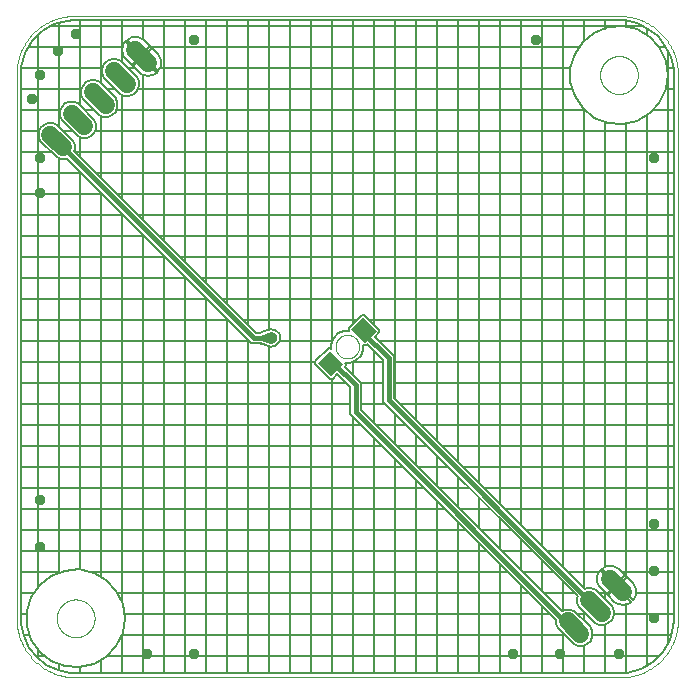
<source format=gbl>
G75*
%MOIN*%
%OFA0B0*%
%FSLAX25Y25*%
%IPPOS*%
%LPD*%
%AMOC8*
5,1,8,0,0,1.08239X$1,22.5*
%
%ADD10C,0.00039*%
%ADD11C,0.00000*%
%ADD12R,0.06299X0.05512*%
%ADD13C,0.06000*%
%ADD14C,0.01600*%
%ADD15C,0.00700*%
%ADD16OC8,0.03562*%
D10*
X0059997Y0061910D02*
X0059997Y0243406D01*
X0060003Y0243872D01*
X0060020Y0244338D01*
X0060048Y0244803D01*
X0060087Y0245268D01*
X0060138Y0245731D01*
X0060199Y0246193D01*
X0060272Y0246654D01*
X0060356Y0247112D01*
X0060451Y0247569D01*
X0060558Y0248023D01*
X0060675Y0248474D01*
X0060802Y0248922D01*
X0060941Y0249367D01*
X0061091Y0249809D01*
X0061251Y0250247D01*
X0061421Y0250681D01*
X0061602Y0251110D01*
X0061793Y0251535D01*
X0061995Y0251956D01*
X0062207Y0252371D01*
X0062428Y0252781D01*
X0062660Y0253186D01*
X0062901Y0253585D01*
X0063152Y0253978D01*
X0063412Y0254365D01*
X0063681Y0254745D01*
X0063960Y0255119D01*
X0064247Y0255486D01*
X0064544Y0255846D01*
X0064848Y0256198D01*
X0065162Y0256543D01*
X0065483Y0256881D01*
X0065813Y0257211D01*
X0066151Y0257532D01*
X0066496Y0257846D01*
X0066848Y0258150D01*
X0067208Y0258447D01*
X0067575Y0258734D01*
X0067949Y0259013D01*
X0068329Y0259282D01*
X0068716Y0259542D01*
X0069109Y0259793D01*
X0069508Y0260034D01*
X0069913Y0260266D01*
X0070323Y0260487D01*
X0070738Y0260699D01*
X0071159Y0260901D01*
X0071584Y0261092D01*
X0072013Y0261273D01*
X0072447Y0261443D01*
X0072885Y0261603D01*
X0073327Y0261753D01*
X0073772Y0261892D01*
X0074220Y0262019D01*
X0074671Y0262136D01*
X0075125Y0262243D01*
X0075582Y0262338D01*
X0076040Y0262422D01*
X0076501Y0262495D01*
X0076963Y0262556D01*
X0077426Y0262607D01*
X0077891Y0262646D01*
X0078356Y0262674D01*
X0078822Y0262691D01*
X0079288Y0262697D01*
X0260784Y0262697D01*
X0261260Y0262691D01*
X0261735Y0262674D01*
X0262210Y0262645D01*
X0262684Y0262605D01*
X0263157Y0262553D01*
X0263628Y0262490D01*
X0264098Y0262416D01*
X0264566Y0262330D01*
X0265032Y0262233D01*
X0265495Y0262125D01*
X0265955Y0262006D01*
X0266413Y0261875D01*
X0266867Y0261734D01*
X0267318Y0261581D01*
X0267764Y0261418D01*
X0268207Y0261244D01*
X0268645Y0261059D01*
X0269079Y0260864D01*
X0269508Y0260658D01*
X0269932Y0260442D01*
X0270351Y0260216D01*
X0270764Y0259980D01*
X0271171Y0259734D01*
X0271572Y0259478D01*
X0271966Y0259212D01*
X0272355Y0258937D01*
X0272736Y0258653D01*
X0273110Y0258360D01*
X0273478Y0258058D01*
X0273838Y0257746D01*
X0274190Y0257427D01*
X0274534Y0257099D01*
X0274871Y0256762D01*
X0275199Y0256418D01*
X0275518Y0256066D01*
X0275830Y0255706D01*
X0276132Y0255338D01*
X0276425Y0254964D01*
X0276709Y0254583D01*
X0276984Y0254194D01*
X0277250Y0253800D01*
X0277506Y0253399D01*
X0277752Y0252992D01*
X0277988Y0252579D01*
X0278214Y0252160D01*
X0278430Y0251736D01*
X0278636Y0251307D01*
X0278831Y0250873D01*
X0279016Y0250435D01*
X0279190Y0249992D01*
X0279353Y0249546D01*
X0279506Y0249095D01*
X0279647Y0248641D01*
X0279778Y0248183D01*
X0279897Y0247723D01*
X0280005Y0247260D01*
X0280102Y0246794D01*
X0280188Y0246326D01*
X0280262Y0245856D01*
X0280325Y0245385D01*
X0280377Y0244912D01*
X0280417Y0244438D01*
X0280446Y0243963D01*
X0280463Y0243488D01*
X0280469Y0243012D01*
X0280469Y0061516D01*
X0280463Y0061050D01*
X0280446Y0060584D01*
X0280418Y0060119D01*
X0280379Y0059654D01*
X0280328Y0059191D01*
X0280267Y0058729D01*
X0280194Y0058268D01*
X0280110Y0057810D01*
X0280015Y0057353D01*
X0279908Y0056899D01*
X0279791Y0056448D01*
X0279664Y0056000D01*
X0279525Y0055555D01*
X0279375Y0055113D01*
X0279215Y0054675D01*
X0279045Y0054241D01*
X0278864Y0053812D01*
X0278673Y0053387D01*
X0278471Y0052966D01*
X0278259Y0052551D01*
X0278038Y0052141D01*
X0277806Y0051736D01*
X0277565Y0051337D01*
X0277314Y0050944D01*
X0277054Y0050557D01*
X0276785Y0050177D01*
X0276506Y0049803D01*
X0276219Y0049436D01*
X0275922Y0049076D01*
X0275618Y0048724D01*
X0275304Y0048379D01*
X0274983Y0048041D01*
X0274653Y0047711D01*
X0274315Y0047390D01*
X0273970Y0047076D01*
X0273618Y0046772D01*
X0273258Y0046475D01*
X0272891Y0046188D01*
X0272517Y0045909D01*
X0272137Y0045640D01*
X0271750Y0045380D01*
X0271357Y0045129D01*
X0270958Y0044888D01*
X0270553Y0044656D01*
X0270143Y0044435D01*
X0269728Y0044223D01*
X0269307Y0044021D01*
X0268882Y0043830D01*
X0268453Y0043649D01*
X0268019Y0043479D01*
X0267581Y0043319D01*
X0267139Y0043169D01*
X0266694Y0043030D01*
X0266246Y0042903D01*
X0265795Y0042786D01*
X0265341Y0042679D01*
X0264884Y0042584D01*
X0264426Y0042500D01*
X0263965Y0042427D01*
X0263503Y0042366D01*
X0263040Y0042315D01*
X0262575Y0042276D01*
X0262110Y0042248D01*
X0261644Y0042231D01*
X0261178Y0042225D01*
X0079682Y0042225D01*
X0079206Y0042231D01*
X0078731Y0042248D01*
X0078256Y0042277D01*
X0077782Y0042317D01*
X0077309Y0042369D01*
X0076838Y0042432D01*
X0076368Y0042506D01*
X0075900Y0042592D01*
X0075434Y0042689D01*
X0074971Y0042797D01*
X0074511Y0042916D01*
X0074053Y0043047D01*
X0073599Y0043188D01*
X0073148Y0043341D01*
X0072702Y0043504D01*
X0072259Y0043678D01*
X0071821Y0043863D01*
X0071387Y0044058D01*
X0070958Y0044264D01*
X0070534Y0044480D01*
X0070115Y0044706D01*
X0069702Y0044942D01*
X0069295Y0045188D01*
X0068894Y0045444D01*
X0068500Y0045710D01*
X0068111Y0045985D01*
X0067730Y0046269D01*
X0067356Y0046562D01*
X0066988Y0046864D01*
X0066628Y0047176D01*
X0066276Y0047495D01*
X0065932Y0047823D01*
X0065595Y0048160D01*
X0065267Y0048504D01*
X0064948Y0048856D01*
X0064636Y0049216D01*
X0064334Y0049584D01*
X0064041Y0049958D01*
X0063757Y0050339D01*
X0063482Y0050728D01*
X0063216Y0051122D01*
X0062960Y0051523D01*
X0062714Y0051930D01*
X0062478Y0052343D01*
X0062252Y0052762D01*
X0062036Y0053186D01*
X0061830Y0053615D01*
X0061635Y0054049D01*
X0061450Y0054487D01*
X0061276Y0054930D01*
X0061113Y0055376D01*
X0060960Y0055827D01*
X0060819Y0056281D01*
X0060688Y0056739D01*
X0060569Y0057199D01*
X0060461Y0057662D01*
X0060364Y0058128D01*
X0060278Y0058596D01*
X0060204Y0059066D01*
X0060141Y0059537D01*
X0060089Y0060010D01*
X0060049Y0060484D01*
X0060020Y0060959D01*
X0060003Y0061434D01*
X0059997Y0061910D01*
D11*
X0073383Y0061910D02*
X0073385Y0062068D01*
X0073391Y0062226D01*
X0073401Y0062384D01*
X0073415Y0062542D01*
X0073433Y0062699D01*
X0073454Y0062856D01*
X0073480Y0063012D01*
X0073510Y0063168D01*
X0073543Y0063323D01*
X0073581Y0063476D01*
X0073622Y0063629D01*
X0073667Y0063781D01*
X0073716Y0063932D01*
X0073769Y0064081D01*
X0073825Y0064229D01*
X0073885Y0064375D01*
X0073949Y0064520D01*
X0074017Y0064663D01*
X0074088Y0064805D01*
X0074162Y0064945D01*
X0074240Y0065082D01*
X0074322Y0065218D01*
X0074406Y0065352D01*
X0074495Y0065483D01*
X0074586Y0065612D01*
X0074681Y0065739D01*
X0074778Y0065864D01*
X0074879Y0065986D01*
X0074983Y0066105D01*
X0075090Y0066222D01*
X0075200Y0066336D01*
X0075313Y0066447D01*
X0075428Y0066556D01*
X0075546Y0066661D01*
X0075667Y0066763D01*
X0075790Y0066863D01*
X0075916Y0066959D01*
X0076044Y0067052D01*
X0076174Y0067142D01*
X0076307Y0067228D01*
X0076442Y0067312D01*
X0076578Y0067391D01*
X0076717Y0067468D01*
X0076858Y0067540D01*
X0077000Y0067610D01*
X0077144Y0067675D01*
X0077290Y0067737D01*
X0077437Y0067795D01*
X0077586Y0067850D01*
X0077736Y0067901D01*
X0077887Y0067948D01*
X0078039Y0067991D01*
X0078192Y0068030D01*
X0078347Y0068066D01*
X0078502Y0068097D01*
X0078658Y0068125D01*
X0078814Y0068149D01*
X0078971Y0068169D01*
X0079129Y0068185D01*
X0079286Y0068197D01*
X0079445Y0068205D01*
X0079603Y0068209D01*
X0079761Y0068209D01*
X0079919Y0068205D01*
X0080078Y0068197D01*
X0080235Y0068185D01*
X0080393Y0068169D01*
X0080550Y0068149D01*
X0080706Y0068125D01*
X0080862Y0068097D01*
X0081017Y0068066D01*
X0081172Y0068030D01*
X0081325Y0067991D01*
X0081477Y0067948D01*
X0081628Y0067901D01*
X0081778Y0067850D01*
X0081927Y0067795D01*
X0082074Y0067737D01*
X0082220Y0067675D01*
X0082364Y0067610D01*
X0082506Y0067540D01*
X0082647Y0067468D01*
X0082786Y0067391D01*
X0082922Y0067312D01*
X0083057Y0067228D01*
X0083190Y0067142D01*
X0083320Y0067052D01*
X0083448Y0066959D01*
X0083574Y0066863D01*
X0083697Y0066763D01*
X0083818Y0066661D01*
X0083936Y0066556D01*
X0084051Y0066447D01*
X0084164Y0066336D01*
X0084274Y0066222D01*
X0084381Y0066105D01*
X0084485Y0065986D01*
X0084586Y0065864D01*
X0084683Y0065739D01*
X0084778Y0065612D01*
X0084869Y0065483D01*
X0084958Y0065352D01*
X0085042Y0065218D01*
X0085124Y0065082D01*
X0085202Y0064945D01*
X0085276Y0064805D01*
X0085347Y0064663D01*
X0085415Y0064520D01*
X0085479Y0064375D01*
X0085539Y0064229D01*
X0085595Y0064081D01*
X0085648Y0063932D01*
X0085697Y0063781D01*
X0085742Y0063629D01*
X0085783Y0063476D01*
X0085821Y0063323D01*
X0085854Y0063168D01*
X0085884Y0063012D01*
X0085910Y0062856D01*
X0085931Y0062699D01*
X0085949Y0062542D01*
X0085963Y0062384D01*
X0085973Y0062226D01*
X0085979Y0062068D01*
X0085981Y0061910D01*
X0085979Y0061752D01*
X0085973Y0061594D01*
X0085963Y0061436D01*
X0085949Y0061278D01*
X0085931Y0061121D01*
X0085910Y0060964D01*
X0085884Y0060808D01*
X0085854Y0060652D01*
X0085821Y0060497D01*
X0085783Y0060344D01*
X0085742Y0060191D01*
X0085697Y0060039D01*
X0085648Y0059888D01*
X0085595Y0059739D01*
X0085539Y0059591D01*
X0085479Y0059445D01*
X0085415Y0059300D01*
X0085347Y0059157D01*
X0085276Y0059015D01*
X0085202Y0058875D01*
X0085124Y0058738D01*
X0085042Y0058602D01*
X0084958Y0058468D01*
X0084869Y0058337D01*
X0084778Y0058208D01*
X0084683Y0058081D01*
X0084586Y0057956D01*
X0084485Y0057834D01*
X0084381Y0057715D01*
X0084274Y0057598D01*
X0084164Y0057484D01*
X0084051Y0057373D01*
X0083936Y0057264D01*
X0083818Y0057159D01*
X0083697Y0057057D01*
X0083574Y0056957D01*
X0083448Y0056861D01*
X0083320Y0056768D01*
X0083190Y0056678D01*
X0083057Y0056592D01*
X0082922Y0056508D01*
X0082786Y0056429D01*
X0082647Y0056352D01*
X0082506Y0056280D01*
X0082364Y0056210D01*
X0082220Y0056145D01*
X0082074Y0056083D01*
X0081927Y0056025D01*
X0081778Y0055970D01*
X0081628Y0055919D01*
X0081477Y0055872D01*
X0081325Y0055829D01*
X0081172Y0055790D01*
X0081017Y0055754D01*
X0080862Y0055723D01*
X0080706Y0055695D01*
X0080550Y0055671D01*
X0080393Y0055651D01*
X0080235Y0055635D01*
X0080078Y0055623D01*
X0079919Y0055615D01*
X0079761Y0055611D01*
X0079603Y0055611D01*
X0079445Y0055615D01*
X0079286Y0055623D01*
X0079129Y0055635D01*
X0078971Y0055651D01*
X0078814Y0055671D01*
X0078658Y0055695D01*
X0078502Y0055723D01*
X0078347Y0055754D01*
X0078192Y0055790D01*
X0078039Y0055829D01*
X0077887Y0055872D01*
X0077736Y0055919D01*
X0077586Y0055970D01*
X0077437Y0056025D01*
X0077290Y0056083D01*
X0077144Y0056145D01*
X0077000Y0056210D01*
X0076858Y0056280D01*
X0076717Y0056352D01*
X0076578Y0056429D01*
X0076442Y0056508D01*
X0076307Y0056592D01*
X0076174Y0056678D01*
X0076044Y0056768D01*
X0075916Y0056861D01*
X0075790Y0056957D01*
X0075667Y0057057D01*
X0075546Y0057159D01*
X0075428Y0057264D01*
X0075313Y0057373D01*
X0075200Y0057484D01*
X0075090Y0057598D01*
X0074983Y0057715D01*
X0074879Y0057834D01*
X0074778Y0057956D01*
X0074681Y0058081D01*
X0074586Y0058208D01*
X0074495Y0058337D01*
X0074406Y0058468D01*
X0074322Y0058602D01*
X0074240Y0058738D01*
X0074162Y0058875D01*
X0074088Y0059015D01*
X0074017Y0059157D01*
X0073949Y0059300D01*
X0073885Y0059445D01*
X0073825Y0059591D01*
X0073769Y0059739D01*
X0073716Y0059888D01*
X0073667Y0060039D01*
X0073622Y0060191D01*
X0073581Y0060344D01*
X0073543Y0060497D01*
X0073510Y0060652D01*
X0073480Y0060808D01*
X0073454Y0060964D01*
X0073433Y0061121D01*
X0073415Y0061278D01*
X0073401Y0061436D01*
X0073391Y0061594D01*
X0073385Y0061752D01*
X0073383Y0061910D01*
X0166296Y0152461D02*
X0166298Y0152586D01*
X0166304Y0152711D01*
X0166314Y0152835D01*
X0166328Y0152959D01*
X0166345Y0153083D01*
X0166367Y0153206D01*
X0166393Y0153328D01*
X0166422Y0153450D01*
X0166455Y0153570D01*
X0166493Y0153689D01*
X0166533Y0153808D01*
X0166578Y0153924D01*
X0166626Y0154039D01*
X0166678Y0154153D01*
X0166734Y0154265D01*
X0166793Y0154375D01*
X0166855Y0154483D01*
X0166921Y0154590D01*
X0166990Y0154694D01*
X0167063Y0154795D01*
X0167138Y0154895D01*
X0167217Y0154992D01*
X0167299Y0155086D01*
X0167384Y0155178D01*
X0167471Y0155267D01*
X0167562Y0155353D01*
X0167655Y0155436D01*
X0167751Y0155517D01*
X0167849Y0155594D01*
X0167949Y0155668D01*
X0168052Y0155739D01*
X0168157Y0155806D01*
X0168265Y0155871D01*
X0168374Y0155931D01*
X0168485Y0155989D01*
X0168598Y0156042D01*
X0168712Y0156092D01*
X0168828Y0156139D01*
X0168945Y0156181D01*
X0169064Y0156220D01*
X0169184Y0156256D01*
X0169305Y0156287D01*
X0169427Y0156315D01*
X0169549Y0156338D01*
X0169673Y0156358D01*
X0169797Y0156374D01*
X0169921Y0156386D01*
X0170046Y0156394D01*
X0170171Y0156398D01*
X0170295Y0156398D01*
X0170420Y0156394D01*
X0170545Y0156386D01*
X0170669Y0156374D01*
X0170793Y0156358D01*
X0170917Y0156338D01*
X0171039Y0156315D01*
X0171161Y0156287D01*
X0171282Y0156256D01*
X0171402Y0156220D01*
X0171521Y0156181D01*
X0171638Y0156139D01*
X0171754Y0156092D01*
X0171868Y0156042D01*
X0171981Y0155989D01*
X0172092Y0155931D01*
X0172202Y0155871D01*
X0172309Y0155806D01*
X0172414Y0155739D01*
X0172517Y0155668D01*
X0172617Y0155594D01*
X0172715Y0155517D01*
X0172811Y0155436D01*
X0172904Y0155353D01*
X0172995Y0155267D01*
X0173082Y0155178D01*
X0173167Y0155086D01*
X0173249Y0154992D01*
X0173328Y0154895D01*
X0173403Y0154795D01*
X0173476Y0154694D01*
X0173545Y0154590D01*
X0173611Y0154483D01*
X0173673Y0154375D01*
X0173732Y0154265D01*
X0173788Y0154153D01*
X0173840Y0154039D01*
X0173888Y0153924D01*
X0173933Y0153808D01*
X0173973Y0153689D01*
X0174011Y0153570D01*
X0174044Y0153450D01*
X0174073Y0153328D01*
X0174099Y0153206D01*
X0174121Y0153083D01*
X0174138Y0152959D01*
X0174152Y0152835D01*
X0174162Y0152711D01*
X0174168Y0152586D01*
X0174170Y0152461D01*
X0174168Y0152336D01*
X0174162Y0152211D01*
X0174152Y0152087D01*
X0174138Y0151963D01*
X0174121Y0151839D01*
X0174099Y0151716D01*
X0174073Y0151594D01*
X0174044Y0151472D01*
X0174011Y0151352D01*
X0173973Y0151233D01*
X0173933Y0151114D01*
X0173888Y0150998D01*
X0173840Y0150883D01*
X0173788Y0150769D01*
X0173732Y0150657D01*
X0173673Y0150547D01*
X0173611Y0150439D01*
X0173545Y0150332D01*
X0173476Y0150228D01*
X0173403Y0150127D01*
X0173328Y0150027D01*
X0173249Y0149930D01*
X0173167Y0149836D01*
X0173082Y0149744D01*
X0172995Y0149655D01*
X0172904Y0149569D01*
X0172811Y0149486D01*
X0172715Y0149405D01*
X0172617Y0149328D01*
X0172517Y0149254D01*
X0172414Y0149183D01*
X0172309Y0149116D01*
X0172201Y0149051D01*
X0172092Y0148991D01*
X0171981Y0148933D01*
X0171868Y0148880D01*
X0171754Y0148830D01*
X0171638Y0148783D01*
X0171521Y0148741D01*
X0171402Y0148702D01*
X0171282Y0148666D01*
X0171161Y0148635D01*
X0171039Y0148607D01*
X0170917Y0148584D01*
X0170793Y0148564D01*
X0170669Y0148548D01*
X0170545Y0148536D01*
X0170420Y0148528D01*
X0170295Y0148524D01*
X0170171Y0148524D01*
X0170046Y0148528D01*
X0169921Y0148536D01*
X0169797Y0148548D01*
X0169673Y0148564D01*
X0169549Y0148584D01*
X0169427Y0148607D01*
X0169305Y0148635D01*
X0169184Y0148666D01*
X0169064Y0148702D01*
X0168945Y0148741D01*
X0168828Y0148783D01*
X0168712Y0148830D01*
X0168598Y0148880D01*
X0168485Y0148933D01*
X0168374Y0148991D01*
X0168264Y0149051D01*
X0168157Y0149116D01*
X0168052Y0149183D01*
X0167949Y0149254D01*
X0167849Y0149328D01*
X0167751Y0149405D01*
X0167655Y0149486D01*
X0167562Y0149569D01*
X0167471Y0149655D01*
X0167384Y0149744D01*
X0167299Y0149836D01*
X0167217Y0149930D01*
X0167138Y0150027D01*
X0167063Y0150127D01*
X0166990Y0150228D01*
X0166921Y0150332D01*
X0166855Y0150439D01*
X0166793Y0150547D01*
X0166734Y0150657D01*
X0166678Y0150769D01*
X0166626Y0150883D01*
X0166578Y0150998D01*
X0166533Y0151114D01*
X0166493Y0151233D01*
X0166455Y0151352D01*
X0166422Y0151472D01*
X0166393Y0151594D01*
X0166367Y0151716D01*
X0166345Y0151839D01*
X0166328Y0151963D01*
X0166314Y0152087D01*
X0166304Y0152211D01*
X0166298Y0152336D01*
X0166296Y0152461D01*
X0254485Y0243012D02*
X0254487Y0243170D01*
X0254493Y0243328D01*
X0254503Y0243486D01*
X0254517Y0243644D01*
X0254535Y0243801D01*
X0254556Y0243958D01*
X0254582Y0244114D01*
X0254612Y0244270D01*
X0254645Y0244425D01*
X0254683Y0244578D01*
X0254724Y0244731D01*
X0254769Y0244883D01*
X0254818Y0245034D01*
X0254871Y0245183D01*
X0254927Y0245331D01*
X0254987Y0245477D01*
X0255051Y0245622D01*
X0255119Y0245765D01*
X0255190Y0245907D01*
X0255264Y0246047D01*
X0255342Y0246184D01*
X0255424Y0246320D01*
X0255508Y0246454D01*
X0255597Y0246585D01*
X0255688Y0246714D01*
X0255783Y0246841D01*
X0255880Y0246966D01*
X0255981Y0247088D01*
X0256085Y0247207D01*
X0256192Y0247324D01*
X0256302Y0247438D01*
X0256415Y0247549D01*
X0256530Y0247658D01*
X0256648Y0247763D01*
X0256769Y0247865D01*
X0256892Y0247965D01*
X0257018Y0248061D01*
X0257146Y0248154D01*
X0257276Y0248244D01*
X0257409Y0248330D01*
X0257544Y0248414D01*
X0257680Y0248493D01*
X0257819Y0248570D01*
X0257960Y0248642D01*
X0258102Y0248712D01*
X0258246Y0248777D01*
X0258392Y0248839D01*
X0258539Y0248897D01*
X0258688Y0248952D01*
X0258838Y0249003D01*
X0258989Y0249050D01*
X0259141Y0249093D01*
X0259294Y0249132D01*
X0259449Y0249168D01*
X0259604Y0249199D01*
X0259760Y0249227D01*
X0259916Y0249251D01*
X0260073Y0249271D01*
X0260231Y0249287D01*
X0260388Y0249299D01*
X0260547Y0249307D01*
X0260705Y0249311D01*
X0260863Y0249311D01*
X0261021Y0249307D01*
X0261180Y0249299D01*
X0261337Y0249287D01*
X0261495Y0249271D01*
X0261652Y0249251D01*
X0261808Y0249227D01*
X0261964Y0249199D01*
X0262119Y0249168D01*
X0262274Y0249132D01*
X0262427Y0249093D01*
X0262579Y0249050D01*
X0262730Y0249003D01*
X0262880Y0248952D01*
X0263029Y0248897D01*
X0263176Y0248839D01*
X0263322Y0248777D01*
X0263466Y0248712D01*
X0263608Y0248642D01*
X0263749Y0248570D01*
X0263888Y0248493D01*
X0264024Y0248414D01*
X0264159Y0248330D01*
X0264292Y0248244D01*
X0264422Y0248154D01*
X0264550Y0248061D01*
X0264676Y0247965D01*
X0264799Y0247865D01*
X0264920Y0247763D01*
X0265038Y0247658D01*
X0265153Y0247549D01*
X0265266Y0247438D01*
X0265376Y0247324D01*
X0265483Y0247207D01*
X0265587Y0247088D01*
X0265688Y0246966D01*
X0265785Y0246841D01*
X0265880Y0246714D01*
X0265971Y0246585D01*
X0266060Y0246454D01*
X0266144Y0246320D01*
X0266226Y0246184D01*
X0266304Y0246047D01*
X0266378Y0245907D01*
X0266449Y0245765D01*
X0266517Y0245622D01*
X0266581Y0245477D01*
X0266641Y0245331D01*
X0266697Y0245183D01*
X0266750Y0245034D01*
X0266799Y0244883D01*
X0266844Y0244731D01*
X0266885Y0244578D01*
X0266923Y0244425D01*
X0266956Y0244270D01*
X0266986Y0244114D01*
X0267012Y0243958D01*
X0267033Y0243801D01*
X0267051Y0243644D01*
X0267065Y0243486D01*
X0267075Y0243328D01*
X0267081Y0243170D01*
X0267083Y0243012D01*
X0267081Y0242854D01*
X0267075Y0242696D01*
X0267065Y0242538D01*
X0267051Y0242380D01*
X0267033Y0242223D01*
X0267012Y0242066D01*
X0266986Y0241910D01*
X0266956Y0241754D01*
X0266923Y0241599D01*
X0266885Y0241446D01*
X0266844Y0241293D01*
X0266799Y0241141D01*
X0266750Y0240990D01*
X0266697Y0240841D01*
X0266641Y0240693D01*
X0266581Y0240547D01*
X0266517Y0240402D01*
X0266449Y0240259D01*
X0266378Y0240117D01*
X0266304Y0239977D01*
X0266226Y0239840D01*
X0266144Y0239704D01*
X0266060Y0239570D01*
X0265971Y0239439D01*
X0265880Y0239310D01*
X0265785Y0239183D01*
X0265688Y0239058D01*
X0265587Y0238936D01*
X0265483Y0238817D01*
X0265376Y0238700D01*
X0265266Y0238586D01*
X0265153Y0238475D01*
X0265038Y0238366D01*
X0264920Y0238261D01*
X0264799Y0238159D01*
X0264676Y0238059D01*
X0264550Y0237963D01*
X0264422Y0237870D01*
X0264292Y0237780D01*
X0264159Y0237694D01*
X0264024Y0237610D01*
X0263888Y0237531D01*
X0263749Y0237454D01*
X0263608Y0237382D01*
X0263466Y0237312D01*
X0263322Y0237247D01*
X0263176Y0237185D01*
X0263029Y0237127D01*
X0262880Y0237072D01*
X0262730Y0237021D01*
X0262579Y0236974D01*
X0262427Y0236931D01*
X0262274Y0236892D01*
X0262119Y0236856D01*
X0261964Y0236825D01*
X0261808Y0236797D01*
X0261652Y0236773D01*
X0261495Y0236753D01*
X0261337Y0236737D01*
X0261180Y0236725D01*
X0261021Y0236717D01*
X0260863Y0236713D01*
X0260705Y0236713D01*
X0260547Y0236717D01*
X0260388Y0236725D01*
X0260231Y0236737D01*
X0260073Y0236753D01*
X0259916Y0236773D01*
X0259760Y0236797D01*
X0259604Y0236825D01*
X0259449Y0236856D01*
X0259294Y0236892D01*
X0259141Y0236931D01*
X0258989Y0236974D01*
X0258838Y0237021D01*
X0258688Y0237072D01*
X0258539Y0237127D01*
X0258392Y0237185D01*
X0258246Y0237247D01*
X0258102Y0237312D01*
X0257960Y0237382D01*
X0257819Y0237454D01*
X0257680Y0237531D01*
X0257544Y0237610D01*
X0257409Y0237694D01*
X0257276Y0237780D01*
X0257146Y0237870D01*
X0257018Y0237963D01*
X0256892Y0238059D01*
X0256769Y0238159D01*
X0256648Y0238261D01*
X0256530Y0238366D01*
X0256415Y0238475D01*
X0256302Y0238586D01*
X0256192Y0238700D01*
X0256085Y0238817D01*
X0255981Y0238936D01*
X0255880Y0239058D01*
X0255783Y0239183D01*
X0255688Y0239310D01*
X0255597Y0239439D01*
X0255508Y0239570D01*
X0255424Y0239704D01*
X0255342Y0239840D01*
X0255264Y0239977D01*
X0255190Y0240117D01*
X0255119Y0240259D01*
X0255051Y0240402D01*
X0254987Y0240547D01*
X0254927Y0240693D01*
X0254871Y0240841D01*
X0254818Y0240990D01*
X0254769Y0241141D01*
X0254724Y0241293D01*
X0254683Y0241446D01*
X0254645Y0241599D01*
X0254612Y0241754D01*
X0254582Y0241910D01*
X0254556Y0242066D01*
X0254535Y0242223D01*
X0254517Y0242380D01*
X0254503Y0242538D01*
X0254493Y0242696D01*
X0254487Y0242854D01*
X0254485Y0243012D01*
D12*
G36*
X0175524Y0162204D02*
X0179976Y0157752D01*
X0176078Y0153854D01*
X0171626Y0158306D01*
X0175524Y0162204D01*
G37*
G36*
X0164388Y0151068D02*
X0168840Y0146616D01*
X0164942Y0142718D01*
X0160490Y0147170D01*
X0164388Y0151068D01*
G37*
D13*
X0082606Y0225946D02*
X0078363Y0230189D01*
X0071292Y0223117D02*
X0075535Y0218875D01*
X0089677Y0233017D02*
X0085434Y0237260D01*
X0092506Y0244331D02*
X0096748Y0240088D01*
X0103819Y0247159D02*
X0099577Y0251402D01*
X0257860Y0075039D02*
X0262102Y0070797D01*
X0255031Y0063726D02*
X0250789Y0067968D01*
X0243718Y0060897D02*
X0247960Y0056655D01*
D14*
X0246808Y0056792D02*
X0246808Y0057807D01*
X0245839Y0058776D01*
X0246808Y0056792D02*
X0172989Y0130611D01*
X0172989Y0139666D01*
X0165222Y0147433D01*
X0164665Y0146893D01*
X0175261Y0157472D02*
X0184012Y0148721D01*
X0184012Y0134745D01*
X0252910Y0065847D01*
X0175261Y0157472D02*
X0175801Y0158029D01*
X0145036Y0155414D02*
X0144642Y0156527D01*
X0141493Y0155414D01*
X0144642Y0154300D01*
X0145036Y0155414D01*
X0141493Y0155414D01*
X0138996Y0155414D01*
X0073414Y0220996D01*
D15*
X0062394Y0055861D02*
X0064174Y0052166D01*
X0066731Y0048959D01*
X0069937Y0046402D01*
X0073633Y0044622D01*
X0077631Y0043710D01*
X0079682Y0043595D01*
X0261178Y0043595D01*
X0263517Y0043748D01*
X0268036Y0044959D01*
X0272088Y0047298D01*
X0275396Y0050606D01*
X0277735Y0054658D01*
X0278946Y0059177D01*
X0279099Y0061516D01*
X0279099Y0243012D01*
X0278984Y0245063D01*
X0278072Y0249062D01*
X0276292Y0252757D01*
X0273735Y0255963D01*
X0270528Y0258520D01*
X0266833Y0260300D01*
X0262835Y0261213D01*
X0260784Y0261328D01*
X0079288Y0261328D01*
X0076949Y0261174D01*
X0072430Y0259963D01*
X0068378Y0257624D01*
X0065070Y0254316D01*
X0065070Y0254316D01*
X0062731Y0250264D01*
X0061520Y0245745D01*
X0061366Y0243406D01*
X0061366Y0061910D01*
X0061482Y0059859D01*
X0062394Y0055861D01*
X0062311Y0056225D02*
X0064516Y0056225D01*
X0064951Y0054816D02*
X0063514Y0059473D01*
X0063514Y0064347D01*
X0064951Y0069004D01*
X0067696Y0073031D01*
X0067696Y0073031D01*
X0071507Y0076069D01*
X0071507Y0076069D01*
X0076044Y0077850D01*
X0076044Y0077850D01*
X0080904Y0078214D01*
X0080904Y0078214D01*
X0085655Y0077130D01*
X0085655Y0077130D01*
X0089876Y0074693D01*
X0089876Y0074693D01*
X0093191Y0071120D01*
X0093191Y0071120D01*
X0095305Y0066729D01*
X0095305Y0066729D01*
X0096032Y0061910D01*
X0095305Y0057091D01*
X0095305Y0057091D01*
X0093191Y0052700D01*
X0093191Y0052700D01*
X0089876Y0049127D01*
X0089876Y0049127D01*
X0085655Y0046690D01*
X0085655Y0046690D01*
X0080904Y0045606D01*
X0080904Y0045606D01*
X0076044Y0045970D01*
X0076044Y0045970D01*
X0071507Y0047750D01*
X0071507Y0047750D01*
X0067696Y0050789D01*
X0067696Y0050789D01*
X0067696Y0050789D01*
X0064951Y0054816D01*
X0066997Y0051815D02*
X0066997Y0048747D01*
X0066519Y0049225D02*
X0069658Y0049225D01*
X0073997Y0046773D02*
X0073997Y0044539D01*
X0080997Y0043595D02*
X0080997Y0045627D01*
X0087997Y0043595D02*
X0087997Y0048042D01*
X0089967Y0049225D02*
X0274015Y0049225D01*
X0276997Y0053379D02*
X0276997Y0242101D01*
X0277134Y0243012D02*
X0276408Y0238193D01*
X0274293Y0233802D01*
X0274293Y0233802D01*
X0270978Y0230229D01*
X0270978Y0230229D01*
X0270978Y0230229D01*
X0266757Y0227793D01*
X0266757Y0227793D01*
X0262006Y0226708D01*
X0262006Y0226708D01*
X0257146Y0227072D01*
X0257146Y0227072D01*
X0252609Y0228853D01*
X0252609Y0228853D01*
X0248799Y0231892D01*
X0248799Y0231892D01*
X0248799Y0231892D01*
X0246053Y0235918D01*
X0246053Y0235918D01*
X0244617Y0240575D01*
X0244617Y0245449D01*
X0246053Y0250106D01*
X0246053Y0250106D01*
X0248799Y0254133D01*
X0248799Y0254133D01*
X0248799Y0254133D01*
X0252609Y0257172D01*
X0252609Y0257172D01*
X0257146Y0258952D01*
X0257146Y0258952D01*
X0262006Y0259317D01*
X0262006Y0259317D01*
X0266757Y0258232D01*
X0266757Y0258232D01*
X0270978Y0255795D01*
X0270978Y0255795D01*
X0274293Y0252223D01*
X0274293Y0252223D01*
X0276408Y0247832D01*
X0276408Y0247832D01*
X0277134Y0243012D01*
X0276997Y0243924D02*
X0276997Y0251294D01*
X0276548Y0252225D02*
X0274291Y0252225D01*
X0269997Y0256362D02*
X0269997Y0258776D01*
X0269065Y0259225D02*
X0262408Y0259225D01*
X0262997Y0259090D02*
X0262997Y0261176D01*
X0260783Y0259225D02*
X0071151Y0259225D01*
X0073997Y0260383D02*
X0073997Y0225999D01*
X0073530Y0226466D02*
X0072078Y0227067D01*
X0070507Y0227067D01*
X0069055Y0226466D01*
X0067944Y0225355D01*
X0067342Y0223903D01*
X0067342Y0222332D01*
X0067944Y0220880D01*
X0073297Y0215526D01*
X0074749Y0214925D01*
X0076321Y0214925D01*
X0076808Y0215127D01*
X0138271Y0153664D01*
X0141096Y0153664D01*
X0141393Y0153522D01*
X0141493Y0153558D01*
X0143758Y0152757D01*
X0143871Y0152717D01*
X0143905Y0152683D01*
X0143967Y0152683D01*
X0144742Y0152409D01*
X0144742Y0152409D01*
X0144742Y0152409D01*
X0145316Y0152683D01*
X0146167Y0152683D01*
X0147767Y0154283D01*
X0147767Y0156545D01*
X0146167Y0158145D01*
X0145316Y0158145D01*
X0144742Y0158419D01*
X0143987Y0158152D01*
X0143968Y0158145D01*
X0143905Y0158145D01*
X0143871Y0158111D01*
X0141493Y0157270D01*
X0141393Y0157305D01*
X0141096Y0157164D01*
X0139721Y0157164D01*
X0079283Y0217602D01*
X0079485Y0218089D01*
X0079485Y0219661D01*
X0078884Y0221112D01*
X0073530Y0226466D01*
X0075015Y0227951D02*
X0080369Y0222597D01*
X0081820Y0221996D01*
X0083392Y0221996D01*
X0084843Y0222597D01*
X0085955Y0223708D01*
X0086556Y0225160D01*
X0086556Y0226732D01*
X0085955Y0228183D01*
X0080601Y0233537D01*
X0079149Y0234139D01*
X0077578Y0234139D01*
X0076126Y0233537D01*
X0075015Y0232426D01*
X0074413Y0230974D01*
X0074413Y0229403D01*
X0075015Y0227951D01*
X0074517Y0231225D02*
X0061366Y0231225D01*
X0061366Y0238225D02*
X0081559Y0238225D01*
X0081484Y0238045D02*
X0081484Y0236474D01*
X0082086Y0235022D01*
X0087440Y0229668D01*
X0088891Y0229067D01*
X0090463Y0229067D01*
X0091915Y0229668D01*
X0093026Y0230780D01*
X0093627Y0232231D01*
X0093627Y0233803D01*
X0093026Y0235255D01*
X0087672Y0240608D01*
X0086220Y0241210D01*
X0084649Y0241210D01*
X0083197Y0240608D01*
X0082086Y0239497D01*
X0081484Y0238045D01*
X0080997Y0233141D02*
X0080997Y0261328D01*
X0087997Y0261328D02*
X0087997Y0240284D01*
X0089157Y0242093D02*
X0094511Y0236739D01*
X0095962Y0236138D01*
X0097534Y0236138D01*
X0098986Y0236739D01*
X0100097Y0237851D01*
X0100698Y0239302D01*
X0100698Y0240874D01*
X0100097Y0242326D01*
X0094743Y0247679D01*
X0093291Y0248281D01*
X0091720Y0248281D01*
X0090268Y0247679D01*
X0089157Y0246568D01*
X0088556Y0245116D01*
X0088556Y0243545D01*
X0089157Y0242093D01*
X0088600Y0245225D02*
X0061486Y0245225D01*
X0063863Y0252225D02*
X0095303Y0252225D01*
X0095334Y0252420D02*
X0095227Y0251744D01*
X0095227Y0251059D01*
X0095334Y0250383D01*
X0095545Y0249732D01*
X0095856Y0249122D01*
X0096259Y0248568D01*
X0098374Y0246452D01*
X0101203Y0249280D01*
X0101698Y0248785D01*
X0102193Y0249280D01*
X0107142Y0244332D01*
X0107540Y0244879D01*
X0107850Y0245489D01*
X0108062Y0246141D01*
X0108169Y0246817D01*
X0108169Y0247501D01*
X0108062Y0248178D01*
X0107850Y0248829D01*
X0107540Y0249439D01*
X0107137Y0249993D01*
X0105021Y0252109D01*
X0102193Y0249280D01*
X0101698Y0249775D01*
X0104526Y0252604D01*
X0102410Y0254720D01*
X0101856Y0255122D01*
X0101246Y0255433D01*
X0100595Y0255645D01*
X0099919Y0255752D01*
X0099234Y0255752D01*
X0098558Y0255645D01*
X0097907Y0255433D01*
X0097297Y0255122D01*
X0096749Y0254724D01*
X0101698Y0249775D01*
X0101203Y0249280D01*
X0096254Y0254229D01*
X0095856Y0253682D01*
X0095545Y0253072D01*
X0095334Y0252420D01*
X0098258Y0252225D02*
X0099248Y0252225D01*
X0101997Y0250074D02*
X0101997Y0249477D01*
X0101997Y0249084D02*
X0101997Y0248487D01*
X0101698Y0248785D02*
X0106647Y0243837D01*
X0106099Y0243439D01*
X0105489Y0243128D01*
X0104838Y0242916D01*
X0104162Y0242809D01*
X0103477Y0242809D01*
X0102801Y0242916D01*
X0102149Y0243128D01*
X0101539Y0243439D01*
X0100985Y0243841D01*
X0098869Y0245957D01*
X0101698Y0248785D01*
X0099602Y0245225D02*
X0097197Y0245225D01*
X0094997Y0247426D02*
X0094997Y0261328D01*
X0101997Y0261328D02*
X0101997Y0255020D01*
X0104147Y0252225D02*
X0247498Y0252225D01*
X0248997Y0254291D02*
X0248997Y0261328D01*
X0255997Y0261328D02*
X0255997Y0258501D01*
X0241997Y0261328D02*
X0241997Y0079235D01*
X0244007Y0077225D02*
X0254091Y0077225D01*
X0254139Y0077319D02*
X0253829Y0076709D01*
X0253617Y0076058D01*
X0253510Y0075382D01*
X0253510Y0074697D01*
X0253617Y0074021D01*
X0253829Y0073370D01*
X0254139Y0072759D01*
X0254542Y0072206D01*
X0256658Y0070090D01*
X0259486Y0072918D01*
X0259981Y0072423D01*
X0257153Y0069595D01*
X0259269Y0067479D01*
X0259823Y0067076D01*
X0260433Y0066765D01*
X0261084Y0066554D01*
X0261760Y0066447D01*
X0262445Y0066447D01*
X0263121Y0066554D01*
X0263772Y0066765D01*
X0264382Y0067076D01*
X0264930Y0067474D01*
X0259981Y0072423D01*
X0260476Y0072918D01*
X0265425Y0067969D01*
X0265823Y0068517D01*
X0266134Y0069127D01*
X0266345Y0069778D01*
X0266452Y0070454D01*
X0266452Y0071139D01*
X0266345Y0071815D01*
X0266134Y0072467D01*
X0265823Y0073077D01*
X0265420Y0073631D01*
X0263305Y0075746D01*
X0260476Y0072918D01*
X0259981Y0073413D01*
X0259486Y0072918D01*
X0254537Y0077867D01*
X0254139Y0077319D01*
X0255179Y0077225D02*
X0256169Y0077225D01*
X0255997Y0077397D02*
X0255997Y0076407D01*
X0255032Y0078362D02*
X0259981Y0073413D01*
X0262810Y0076241D01*
X0260694Y0078357D01*
X0260140Y0078760D01*
X0259530Y0079071D01*
X0258878Y0079282D01*
X0258202Y0079389D01*
X0257517Y0079389D01*
X0256841Y0079282D01*
X0256190Y0079071D01*
X0255580Y0078760D01*
X0255032Y0078362D01*
X0255997Y0078972D02*
X0255997Y0227523D01*
X0262997Y0226934D02*
X0262997Y0075439D01*
X0261826Y0077225D02*
X0279099Y0077225D01*
X0279099Y0084225D02*
X0237007Y0084225D01*
X0234997Y0086235D02*
X0234997Y0261328D01*
X0227997Y0261328D02*
X0227997Y0093235D01*
X0230007Y0091225D02*
X0279099Y0091225D01*
X0279099Y0098225D02*
X0223007Y0098225D01*
X0220997Y0100235D02*
X0220997Y0261328D01*
X0213997Y0261328D02*
X0213997Y0107235D01*
X0216007Y0105225D02*
X0279099Y0105225D01*
X0279099Y0112225D02*
X0209007Y0112225D01*
X0206997Y0114235D02*
X0206997Y0261328D01*
X0199997Y0261328D02*
X0199997Y0121235D01*
X0202007Y0119225D02*
X0279099Y0119225D01*
X0279099Y0126225D02*
X0195007Y0126225D01*
X0192997Y0128235D02*
X0192997Y0261328D01*
X0185997Y0261328D02*
X0185997Y0135235D01*
X0185762Y0135469D02*
X0185762Y0149446D01*
X0184737Y0150471D01*
X0179389Y0155819D01*
X0180927Y0157357D01*
X0180927Y0158144D01*
X0175916Y0163155D01*
X0175129Y0163155D01*
X0170675Y0158701D01*
X0170675Y0157914D01*
X0170841Y0157748D01*
X0169181Y0157748D01*
X0167238Y0156943D01*
X0165751Y0155456D01*
X0164946Y0153513D01*
X0164946Y0151854D01*
X0164780Y0152019D01*
X0163993Y0152019D01*
X0159539Y0147565D01*
X0159539Y0146778D01*
X0164550Y0141768D01*
X0165337Y0141768D01*
X0166875Y0143305D01*
X0171239Y0138941D01*
X0171239Y0129886D01*
X0239768Y0061357D01*
X0239768Y0060112D01*
X0240369Y0058660D01*
X0245723Y0053306D01*
X0247175Y0052705D01*
X0248746Y0052705D01*
X0250198Y0053306D01*
X0251309Y0054417D01*
X0251910Y0055869D01*
X0251910Y0057440D01*
X0251309Y0058892D01*
X0245955Y0064246D01*
X0244503Y0064847D01*
X0242932Y0064847D01*
X0241727Y0064348D01*
X0174739Y0131336D01*
X0174739Y0140391D01*
X0173714Y0141416D01*
X0169350Y0145780D01*
X0169791Y0146221D01*
X0169791Y0147009D01*
X0169625Y0147174D01*
X0171285Y0147174D01*
X0173228Y0147979D01*
X0174715Y0149466D01*
X0175520Y0151409D01*
X0175520Y0153069D01*
X0175686Y0152903D01*
X0176473Y0152903D01*
X0176914Y0153345D01*
X0182262Y0147996D01*
X0182262Y0134020D01*
X0247041Y0069241D01*
X0246839Y0068754D01*
X0246839Y0067183D01*
X0247440Y0065731D01*
X0252794Y0060377D01*
X0254246Y0059776D01*
X0255817Y0059776D01*
X0257269Y0060377D01*
X0258380Y0061488D01*
X0258981Y0062940D01*
X0258981Y0064511D01*
X0258380Y0065963D01*
X0253026Y0071317D01*
X0251574Y0071918D01*
X0250003Y0071918D01*
X0249516Y0071716D01*
X0185762Y0135469D01*
X0188007Y0133225D02*
X0279099Y0133225D01*
X0279099Y0140225D02*
X0185762Y0140225D01*
X0182262Y0140225D02*
X0174739Y0140225D01*
X0171997Y0143133D02*
X0171997Y0147469D01*
X0171407Y0147225D02*
X0182262Y0147225D01*
X0185762Y0147225D02*
X0279099Y0147225D01*
X0279099Y0154225D02*
X0180983Y0154225D01*
X0178997Y0151262D02*
X0178997Y0127078D01*
X0179850Y0126225D02*
X0190057Y0126225D01*
X0192997Y0123286D02*
X0192997Y0113078D01*
X0193850Y0112225D02*
X0204057Y0112225D01*
X0206997Y0109286D02*
X0206997Y0099078D01*
X0207850Y0098225D02*
X0218057Y0098225D01*
X0220997Y0095286D02*
X0220997Y0085078D01*
X0221850Y0084225D02*
X0232057Y0084225D01*
X0234997Y0081286D02*
X0234997Y0071078D01*
X0235850Y0070225D02*
X0246057Y0070225D01*
X0248997Y0072235D02*
X0248997Y0231734D01*
X0249635Y0231225D02*
X0093210Y0231225D01*
X0087997Y0229438D02*
X0087997Y0208888D01*
X0086660Y0210225D02*
X0279099Y0210225D01*
X0279099Y0217225D02*
X0079660Y0217225D01*
X0080997Y0215888D02*
X0080997Y0222337D01*
X0078741Y0224225D02*
X0075771Y0224225D01*
X0071599Y0217225D02*
X0061366Y0217225D01*
X0061366Y0224225D02*
X0067476Y0224225D01*
X0073997Y0215237D02*
X0073997Y0077047D01*
X0074451Y0077225D02*
X0061366Y0077225D01*
X0061366Y0084225D02*
X0216900Y0084225D01*
X0213997Y0087128D02*
X0213997Y0043595D01*
X0220997Y0043595D02*
X0220997Y0080128D01*
X0223900Y0077225D02*
X0085238Y0077225D01*
X0087997Y0075778D02*
X0087997Y0203938D01*
X0088710Y0203225D02*
X0061366Y0203225D01*
X0061366Y0210225D02*
X0081710Y0210225D01*
X0080997Y0210938D02*
X0080997Y0078193D01*
X0093622Y0070225D02*
X0230900Y0070225D01*
X0227997Y0073128D02*
X0227997Y0043595D01*
X0234997Y0043595D02*
X0234997Y0066128D01*
X0237900Y0063225D02*
X0095834Y0063225D01*
X0094997Y0067370D02*
X0094997Y0196938D01*
X0095710Y0196225D02*
X0061366Y0196225D01*
X0061366Y0189225D02*
X0102710Y0189225D01*
X0101997Y0189938D02*
X0101997Y0043595D01*
X0108997Y0043595D02*
X0108997Y0182938D01*
X0109710Y0182225D02*
X0061366Y0182225D01*
X0061366Y0175225D02*
X0116710Y0175225D01*
X0115997Y0175938D02*
X0115997Y0043595D01*
X0122997Y0043595D02*
X0122997Y0168938D01*
X0123710Y0168225D02*
X0061366Y0168225D01*
X0061366Y0161225D02*
X0130710Y0161225D01*
X0129997Y0161938D02*
X0129997Y0043595D01*
X0136997Y0043595D02*
X0136997Y0154938D01*
X0137710Y0154225D02*
X0061366Y0154225D01*
X0061366Y0147225D02*
X0159539Y0147225D01*
X0164997Y0141768D02*
X0164997Y0043595D01*
X0171997Y0043595D02*
X0171997Y0129128D01*
X0174900Y0126225D02*
X0061366Y0126225D01*
X0061366Y0133225D02*
X0171239Y0133225D01*
X0174739Y0133225D02*
X0183057Y0133225D01*
X0185997Y0130286D02*
X0185997Y0120078D01*
X0186850Y0119225D02*
X0197057Y0119225D01*
X0199997Y0116286D02*
X0199997Y0106078D01*
X0200850Y0105225D02*
X0211057Y0105225D01*
X0213997Y0102286D02*
X0213997Y0092078D01*
X0214850Y0091225D02*
X0225057Y0091225D01*
X0227997Y0088286D02*
X0227997Y0078078D01*
X0228850Y0077225D02*
X0239057Y0077225D01*
X0241997Y0074286D02*
X0241997Y0064460D01*
X0246976Y0063225D02*
X0249946Y0063225D01*
X0248997Y0064174D02*
X0248997Y0061204D01*
X0251910Y0056225D02*
X0278155Y0056225D01*
X0279099Y0063225D02*
X0258981Y0063225D01*
X0255997Y0059850D02*
X0255997Y0043595D01*
X0248997Y0043595D02*
X0248997Y0052808D01*
X0242804Y0056225D02*
X0094888Y0056225D01*
X0094997Y0056450D02*
X0094997Y0043595D01*
X0065783Y0070225D02*
X0061366Y0070225D01*
X0066997Y0072005D02*
X0066997Y0256243D01*
X0090055Y0238225D02*
X0093025Y0238225D01*
X0094997Y0236538D02*
X0094997Y0201888D01*
X0093660Y0203225D02*
X0279099Y0203225D01*
X0279099Y0196225D02*
X0100660Y0196225D01*
X0101997Y0194888D02*
X0101997Y0243206D01*
X0105258Y0245225D02*
X0106248Y0245225D01*
X0107716Y0245225D02*
X0244617Y0245225D01*
X0245342Y0238225D02*
X0100252Y0238225D01*
X0085883Y0231225D02*
X0082913Y0231225D01*
X0086169Y0224225D02*
X0279099Y0224225D01*
X0279099Y0231225D02*
X0271902Y0231225D01*
X0269997Y0229663D02*
X0269997Y0046091D01*
X0262997Y0043714D02*
X0262997Y0066534D01*
X0262997Y0069407D02*
X0262997Y0070397D01*
X0263169Y0070225D02*
X0262179Y0070225D01*
X0266416Y0070225D02*
X0279099Y0070225D01*
X0257783Y0070225D02*
X0256793Y0070225D01*
X0256522Y0070225D02*
X0254118Y0070225D01*
X0255997Y0070751D02*
X0255997Y0068346D01*
X0241997Y0057032D02*
X0241997Y0043595D01*
X0206997Y0043595D02*
X0206997Y0094128D01*
X0209900Y0091225D02*
X0061366Y0091225D01*
X0061366Y0098225D02*
X0202900Y0098225D01*
X0199997Y0101128D02*
X0199997Y0043595D01*
X0192997Y0043595D02*
X0192997Y0108128D01*
X0195900Y0105225D02*
X0061366Y0105225D01*
X0061366Y0112225D02*
X0188900Y0112225D01*
X0185997Y0115128D02*
X0185997Y0043595D01*
X0178997Y0043595D02*
X0178997Y0122128D01*
X0181900Y0119225D02*
X0061366Y0119225D01*
X0061366Y0140225D02*
X0169955Y0140225D01*
X0164997Y0153635D02*
X0164997Y0261328D01*
X0171997Y0261328D02*
X0171997Y0160023D01*
X0173199Y0161225D02*
X0135660Y0161225D01*
X0136997Y0159888D02*
X0136997Y0261328D01*
X0143997Y0261328D02*
X0143997Y0158155D01*
X0144742Y0158419D02*
X0144742Y0158419D01*
X0144742Y0158419D01*
X0147709Y0154225D02*
X0165241Y0154225D01*
X0177846Y0161225D02*
X0279099Y0161225D01*
X0279099Y0168225D02*
X0128660Y0168225D01*
X0129997Y0166888D02*
X0129997Y0261328D01*
X0122997Y0261328D02*
X0122997Y0173888D01*
X0121660Y0175225D02*
X0279099Y0175225D01*
X0279099Y0182225D02*
X0114660Y0182225D01*
X0115997Y0180888D02*
X0115997Y0261328D01*
X0108997Y0261328D02*
X0108997Y0187888D01*
X0107660Y0189225D02*
X0279099Y0189225D01*
X0279099Y0238225D02*
X0276413Y0238225D01*
X0276408Y0238193D02*
X0276408Y0238193D01*
X0276801Y0245225D02*
X0278947Y0245225D01*
X0178997Y0261328D02*
X0178997Y0160074D01*
X0143997Y0152672D02*
X0143997Y0043595D01*
X0150997Y0043595D02*
X0150997Y0261328D01*
X0157997Y0261328D02*
X0157997Y0043595D01*
X0063514Y0063225D02*
X0061366Y0063225D01*
D16*
X0067871Y0085532D03*
X0067871Y0101280D03*
X0103304Y0050099D03*
X0119052Y0050099D03*
X0225351Y0050099D03*
X0241099Y0050099D03*
X0260784Y0050099D03*
X0272595Y0061910D03*
X0272595Y0077658D03*
X0272595Y0093406D03*
X0272595Y0215453D03*
X0233225Y0254823D03*
X0145036Y0155414D03*
X0067871Y0203642D03*
X0067871Y0215453D03*
X0065115Y0235138D03*
X0067871Y0243012D03*
X0073776Y0250886D03*
X0079682Y0256792D03*
X0119052Y0254823D03*
M02*

</source>
